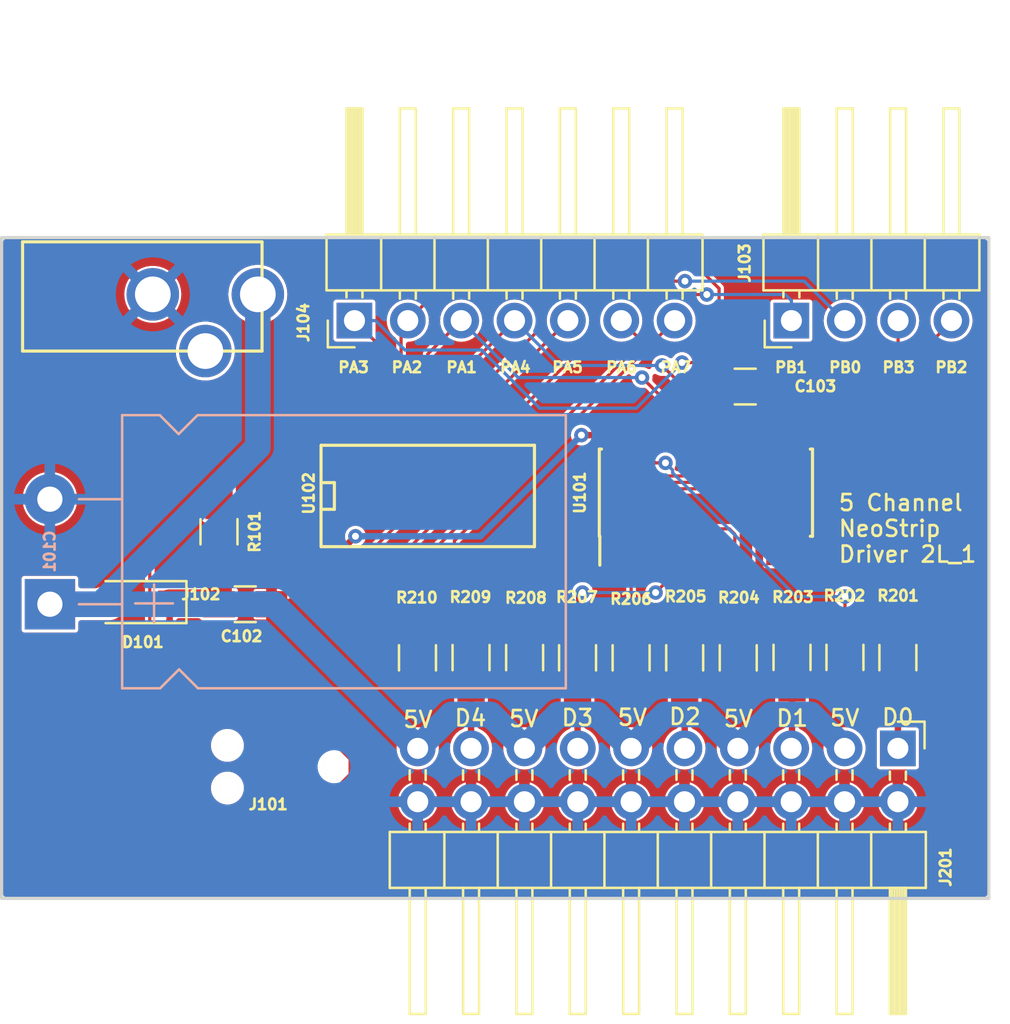
<source format=kicad_pcb>
(kicad_pcb (version 20240108) (generator "pcbnew") (generator_version "8.0")
  (layers (0 "F.Cu" signal) (31 "B.Cu" signal) (34 "B.Paste" user) (35 "F.Paste" user) (36 "B.SilkS" user "B.Silkscreen") (37 "F.SilkS" user "F.Silkscreen") (38 "B.Mask" user) (39 "F.Mask" user) (44 "Edge.Cuts" user))
  (net 0 "")
  (net 1 "/5V")
  (net 2 "GND")
  (net 3 "/VDD")
  (net 4 "/LATCH_PIN")
  (net 5 "/PDI_DATA")
  (net 6 "/PB0")
  (net 7 "/PB1")
  (net 8 "/PB2")
  (net 9 "/PB3")
  (net 10 "/DATA_PIN")
  (net 11 "/CLK_PIN")
  (net 12 "/~{ENABLE}")
  (net 13 "/PA5")
  (net 14 "/PA6")
  (net 15 "/PA7")
  (net 16 "/Channels/NP_DATA_0")
  (net 17 "/Channels/NP_DATA_1")
  (net 18 "/Channels/NP_DATA_2")
  (net 19 "/Channels/NP_DATA_3")
  (net 20 "/Channels/NP_DATA_4")
  (net 21 "/CHANNEL_0")
  (net 22 "/CHANNEL_1")
  (net 23 "/CHANNEL_2")
  (net 24 "/CHANNEL_3")
  (net 25 "/CHANNEL_4")
  (footprint "Capacitors_SMD:C_0805_HandSoldering" (layer "F.Cu") (at 138.25 66.85)
    (property "Reference" "C102" (at -0.1756 1.5268 0) (layer "F.SilkS") (effects (font (size 0.508 0.508) (thickness 0.127))))
    (property "Value" "1μF 16V")
    (pad "1" smd rect (at -1.25 0) (size 1.5 1.25) (layers "F.Cu" "F.Paste" "F.Mask") (net 3 "/VDD"))
    (pad "2" smd rect (at 1.25 0) (size 1.5 1.25) (layers "F.Cu" "F.Paste" "F.Mask") (net 2 "GND"))
  )
  (footprint "Capacitors_SMD:C_0805_HandSoldering" (layer "F.Cu") (at 162.052 56.4896)
    (property "Reference" "C103" (at 3.3401 -0.0127 0) (layer "F.SilkS") (effects (font (size 0.508 0.508) (thickness 0.127))))
    (property "Value" "0.1μF 16V")
    (pad "1" smd rect (at -1.25 0) (size 1.5 1.25) (layers "F.Cu" "F.Paste" "F.Mask") (net 4 "/LATCH_PIN"))
    (pad "2" smd rect (at 1.25 0) (size 1.5 1.25) (layers "F.Cu" "F.Paste" "F.Mask") (net 2 "GND"))
  )
  (footprint "Diodes_SMD:D_SOD-123F" (layer "F.Cu") (at 133.25 66.75 180)
    (property "Reference" "D101" (at -0.127 -1.905 180) (layer "F.SilkS") (effects (font (size 0.508 0.508) (thickness 0.127))))
    (property "Value" "1N4148WSTR")
    (pad "1" smd rect (at -1.4 0 180) (size 1.1 1.1) (layers "F.Cu" "F.Paste" "F.Mask") (net 3 "/VDD"))
    (pad "2" smd rect (at 1.4 0 180) (size 1.1 1.1) (layers "F.Cu" "F.Paste" "F.Mask") (net 1 "/5V"))
  )
  (footprint "advent_sternla:PRG_TC2030-IDC-NL" (layer "F.Cu") (at 141.21 73.949 180)
    (property "Reference" "J101" (at 1.8656 -2.4288 180) (layer "F.SilkS") (effects (font (size 0.508 0.508) (thickness 0.127))))
    (property "Value" "UPDI")
    (pad "" np_thru_hole circle (at -1.27 -0.635 180) (size 1.0668 1.0668) (drill 1.0668) (layers "*.Cu" "F.SilkS" "F.Mask"))
    (pad "" np_thru_hole circle (at 3.81 -1.651 180) (size 1.0668 1.0668) (drill 1.0668) (layers "*.Cu" "F.SilkS" "F.Mask"))
    (pad "" np_thru_hole circle (at 3.81 0.381 180) (size 1.0668 1.0668) (drill 1.0668) (layers "*.Cu" "F.SilkS" "F.Mask"))
    (pad "1" smd circle (at 0 0 180) (size 0.8636 0.8636) (layers "F.Cu" "F.Paste" "F.Mask") (net 5 "/PDI_DATA"))
    (pad "2" smd circle (at 0 -1.27 180) (size 0.8636 0.8636) (layers "F.Cu" "F.Paste" "F.Mask") (net 3 "/VDD"))
    (pad "3" smd circle (at 1.27 0 180) (size 0.8636 0.8636) (layers "F.Cu" "F.Paste" "F.Mask"))
    (pad "4" smd circle (at 1.27 -1.27 180) (size 0.8636 0.8636) (layers "F.Cu" "F.Paste" "F.Mask"))
    (pad "5" smd circle (at 2.54 0 180) (size 0.8636 0.8636) (layers "F.Cu" "F.Paste" "F.Mask"))
    (pad "6" smd circle (at 2.54 -1.27 180) (size 0.8636 0.8636) (layers "F.Cu" "F.Paste" "F.Mask") (net 2 "GND"))
  )
  (footprint "advent_sternla:CONN_PWR_JACK_1_3X3_5MM_SOLDER" (layer "F.Cu") (at 136.35 52.1)
    (property "Reference" "J102" (at -0.21 14.28 0) (layer "F.SilkS") (effects (font (size 0.508 0.508) (thickness 0.127))))
    (property "Value" "5V In")
    (pad "1" thru_hole circle (at 2.5 0) (size 2.5 2.5) (drill 1.7) (layers "*.Cu" "*.Mask") (net 1 "/5V"))
    (pad "2" thru_hole circle (at -2.5 0) (size 2.5 2.5) (drill 1.7) (layers "*.Cu" "*.Mask") (net 2 "GND"))
    (pad "3" thru_hole circle (at 0 2.7) (size 2.5 2.5) (drill 1.7) (layers "*.Cu" "*.Mask"))
  )
  (footprint "Pin_Headers:Pin_Header_Angled_1x04_Pitch2.54mm" (layer "F.Cu") (at 164.25 53.35 90)
    (property "Reference" "J103" (at 2.7397 -2.2234 90) (layer "F.SilkS") (effects (font (size 0.508 0.508) (thickness 0.127))))
    (property "Value" "Conn_01x04_Male")
    (pad "1" thru_hole rect (at 0 0 90) (size 1.7 1.7) (drill 1) (layers "*.Cu" "*.Mask") (net 7 "/PB1"))
    (pad "2" thru_hole oval (at 0 2.54 90) (size 1.7 1.7) (drill 1) (layers "*.Cu" "*.Mask") (net 6 "/PB0"))
    (pad "3" thru_hole oval (at 0 5.08 90) (size 1.7 1.7) (drill 1) (layers "*.Cu" "*.Mask") (net 9 "/PB3"))
    (pad "4" thru_hole oval (at 0 7.62 90) (size 1.7 1.7) (drill 1) (layers "*.Cu" "*.Mask") (net 8 "/PB2"))
  )
  (footprint "Pin_Headers:Pin_Header_Angled_1x07_Pitch2.54mm" (layer "F.Cu") (at 143.45 53.35 90)
    (property "Reference" "J104" (at -0.0916 -2.4292 90) (layer "F.SilkS") (effects (font (size 0.508 0.508) (thickness 0.127))))
    (property "Value" "Conn_01x07_Male")
    (pad "1" thru_hole rect (at 0 0 90) (size 1.7 1.7) (drill 1) (layers "*.Cu" "*.Mask") (net 4 "/LATCH_PIN"))
    (pad "2" thru_hole oval (at 0 2.54 90) (size 1.7 1.7) (drill 1) (layers "*.Cu" "*.Mask") (net 11 "/CLK_PIN"))
    (pad "3" thru_hole oval (at 0 5.08 90) (size 1.7 1.7) (drill 1) (layers "*.Cu" "*.Mask") (net 10 "/DATA_PIN"))
    (pad "4" thru_hole oval (at 0 7.62 90) (size 1.7 1.7) (drill 1) (layers "*.Cu" "*.Mask") (net 12 "/~{ENABLE}"))
    (pad "5" thru_hole oval (at 0 10.16 90) (size 1.7 1.7) (drill 1) (layers "*.Cu" "*.Mask") (net 13 "/PA5"))
    (pad "6" thru_hole oval (at 0 12.7 90) (size 1.7 1.7) (drill 1) (layers "*.Cu" "*.Mask") (net 14 "/PA6"))
    (pad "7" thru_hole oval (at 0 15.24 90) (size 1.7 1.7) (drill 1) (layers "*.Cu" "*.Mask") (net 15 "/PA7"))
  )
  (footprint "Pin_Headers:Pin_Header_Angled_2x10_Pitch2.54mm" (layer "F.Cu") (at 169.32 73.71 -90)
    (property "Reference" "J201" (at 5.655 -2.27 -90) (layer "F.SilkS") (effects (font (size 0.508 0.508) (thickness 0.127))))
    (property "Value" "Conn_01x20_Male")
    (pad "1" thru_hole rect (at 0 0 270) (size 1.7 1.7) (drill 1) (layers "*.Cu" "*.Mask") (net 16 "/Channels/NP_DATA_0"))
    (pad "2" thru_hole oval (at 2.54 0 270) (size 1.7 1.7) (drill 1) (layers "*.Cu" "*.Mask") (net 2 "GND"))
    (pad "3" thru_hole oval (at 0 2.54 270) (size 1.7 1.7) (drill 1) (layers "*.Cu" "*.Mask") (net 1 "/5V"))
    (pad "4" thru_hole oval (at 2.54 2.54 270) (size 1.7 1.7) (drill 1) (layers "*.Cu" "*.Mask") (net 2 "GND"))
    (pad "5" thru_hole oval (at 0 5.08 270) (size 1.7 1.7) (drill 1) (layers "*.Cu" "*.Mask") (net 17 "/Channels/NP_DATA_1"))
    (pad "6" thru_hole oval (at 2.54 5.08 270) (size 1.7 1.7) (drill 1) (layers "*.Cu" "*.Mask") (net 2 "GND"))
    (pad "7" thru_hole oval (at 0 7.62 270) (size 1.7 1.7) (drill 1) (layers "*.Cu" "*.Mask") (net 1 "/5V"))
    (pad "8" thru_hole oval (at 2.54 7.62 270) (size 1.7 1.7) (drill 1) (layers "*.Cu" "*.Mask") (net 2 "GND"))
    (pad "9" thru_hole oval (at 0 10.16 270) (size 1.7 1.7) (drill 1) (layers "*.Cu" "*.Mask") (net 18 "/Channels/NP_DATA_2"))
    (pad "10" thru_hole oval (at 2.54 10.16 270) (size 1.7 1.7) (drill 1) (layers "*.Cu" "*.Mask") (net 2 "GND"))
    (pad "11" thru_hole oval (at 0 12.7 270) (size 1.7 1.7) (drill 1) (layers "*.Cu" "*.Mask") (net 1 "/5V"))
    (pad "12" thru_hole oval (at 2.54 12.7 270) (size 1.7 1.7) (drill 1) (layers "*.Cu" "*.Mask") (net 2 "GND"))
    (pad "13" thru_hole oval (at 0 15.24 270) (size 1.7 1.7) (drill 1) (layers "*.Cu" "*.Mask") (net 19 "/Channels/NP_DATA_3"))
    (pad "14" thru_hole oval (at 2.54 15.24 270) (size 1.7 1.7) (drill 1) (layers "*.Cu" "*.Mask") (net 2 "GND"))
    (pad "15" thru_hole oval (at 0 17.78 270) (size 1.7 1.7) (drill 1) (layers "*.Cu" "*.Mask") (net 1 "/5V"))
    (pad "16" thru_hole oval (at 2.54 17.78 270) (size 1.7 1.7) (drill 1) (layers "*.Cu" "*.Mask") (net 2 "GND"))
    (pad "17" thru_hole oval (at 0 20.32 270) (size 1.7 1.7) (drill 1) (layers "*.Cu" "*.Mask") (net 20 "/Channels/NP_DATA_4"))
    (pad "18" thru_hole oval (at 2.54 20.32 270) (size 1.7 1.7) (drill 1) (layers "*.Cu" "*.Mask") (net 2 "GND"))
    (pad "19" thru_hole oval (at 0 22.86 270) (size 1.7 1.7) (drill 1) (layers "*.Cu" "*.Mask") (net 1 "/5V"))
    (pad "20" thru_hole oval (at 2.54 22.86 270) (size 1.7 1.7) (drill 1) (layers "*.Cu" "*.Mask") (net 2 "GND"))
  )
  (footprint "Resistors_SMD:R_0805_HandSoldering" (layer "F.Cu") (at 137 63.4 -90)
    (property "Reference" "R101" (at 0 -1.7 -90) (layer "F.SilkS") (effects (font (size 0.508 0.508) (thickness 0.127))))
    (property "Value" "47kΩ")
    (pad "1" smd rect (at -1.35 0 270) (size 1.5 1.3) (layers "F.Cu" "F.Paste" "F.Mask") (net 5 "/PDI_DATA"))
    (pad "2" smd rect (at 1.35 0 270) (size 1.5 1.3) (layers "F.Cu" "F.Paste" "F.Mask") (net 3 "/VDD"))
  )
  (footprint "Resistors_SMD:R_0805_HandSoldering" (layer "F.Cu") (at 169.32 69.39 -90)
    (property "Reference" "R201" (at -2.9436 -0.0091 0) (layer "F.SilkS") (effects (font (size 0.508 0.508) (thickness 0.127))))
    (property "Value" "470Ω")
    (pad "1" smd rect (at -1.35 0 270) (size 1.5 1.3) (layers "F.Cu" "F.Paste" "F.Mask") (net 21 "/CHANNEL_0"))
    (pad "2" smd rect (at 1.35 0 270) (size 1.5 1.3) (layers "F.Cu" "F.Paste" "F.Mask") (net 16 "/Channels/NP_DATA_0"))
  )
  (footprint "Resistors_SMD:R_0805_HandSoldering" (layer "F.Cu") (at 166.8 69.38 -90)
    (property "Reference" "R202" (at -2.9336 0.0236 0) (layer "F.SilkS") (effects (font (size 0.508 0.508) (thickness 0.127))))
    (property "Value" "10kΩ")
    (pad "1" smd rect (at -1.35 0 270) (size 1.5 1.3) (layers "F.Cu" "F.Paste" "F.Mask") (net 21 "/CHANNEL_0"))
    (pad "2" smd rect (at 1.35 0 270) (size 1.5 1.3) (layers "F.Cu" "F.Paste" "F.Mask") (net 2 "GND"))
  )
  (footprint "Resistors_SMD:R_0805_HandSoldering" (layer "F.Cu") (at 164.28 69.38 -90)
    (property "Reference" "R203" (at -2.8701 -0.0453 0) (layer "F.SilkS") (effects (font (size 0.508 0.508) (thickness 0.127))))
    (property "Value" "470Ω")
    (pad "1" smd rect (at -1.35 0 270) (size 1.5 1.3) (layers "F.Cu" "F.Paste" "F.Mask") (net 22 "/CHANNEL_1"))
    (pad "2" smd rect (at 1.35 0 270) (size 1.5 1.3) (layers "F.Cu" "F.Paste" "F.Mask") (net 17 "/Channels/NP_DATA_1"))
  )
  (footprint "Resistors_SMD:R_0805_HandSoldering" (layer "F.Cu") (at 161.72 69.4 -90)
    (property "Reference" "R204" (at -2.8647 -0.0272 0) (layer "F.SilkS") (effects (font (size 0.508 0.508) (thickness 0.127))))
    (property "Value" "10kΩ")
    (pad "1" smd rect (at -1.35 0 270) (size 1.5 1.3) (layers "F.Cu" "F.Paste" "F.Mask") (net 22 "/CHANNEL_1"))
    (pad "2" smd rect (at 1.35 0 270) (size 1.5 1.3) (layers "F.Cu" "F.Paste" "F.Mask") (net 2 "GND"))
  )
  (footprint "Resistors_SMD:R_0805_HandSoldering" (layer "F.Cu") (at 159.17 69.4 -90)
    (property "Reference" "R205" (at -2.9155 -0.0499 0) (layer "F.SilkS") (effects (font (size 0.508 0.508) (thickness 0.127))))
    (property "Value" "470Ω")
    (pad "1" smd rect (at -1.35 0 270) (size 1.5 1.3) (layers "F.Cu" "F.Paste" "F.Mask") (net 23 "/CHANNEL_2"))
    (pad "2" smd rect (at 1.35 0 270) (size 1.5 1.3) (layers "F.Cu" "F.Paste" "F.Mask") (net 18 "/Channels/NP_DATA_2"))
  )
  (footprint "Resistors_SMD:R_0805_HandSoldering" (layer "F.Cu") (at 156.62 69.4 -90)
    (property "Reference" "R206" (at -2.8012 0.0036 0) (layer "F.SilkS") (effects (font (size 0.508 0.508) (thickness 0.127))))
    (property "Value" "10kΩ")
    (pad "1" smd rect (at -1.35 0 270) (size 1.5 1.3) (layers "F.Cu" "F.Paste" "F.Mask") (net 23 "/CHANNEL_2"))
    (pad "2" smd rect (at 1.35 0 270) (size 1.5 1.3) (layers "F.Cu" "F.Paste" "F.Mask") (net 2 "GND"))
  )
  (footprint "Resistors_SMD:R_0805_HandSoldering" (layer "F.Cu") (at 154.07 69.4 -90)
    (property "Reference" "R207" (at -2.8901 0.0317 0) (layer "F.SilkS") (effects (font (size 0.508 0.508) (thickness 0.127))))
    (property "Value" "470Ω")
    (pad "1" smd rect (at -1.35 0 270) (size 1.5 1.3) (layers "F.Cu" "F.Paste" "F.Mask") (net 24 "/CHANNEL_3"))
    (pad "2" smd rect (at 1.35 0 270) (size 1.5 1.3) (layers "F.Cu" "F.Paste" "F.Mask") (net 19 "/Channels/NP_DATA_3"))
  )
  (footprint "Resistors_SMD:R_0805_HandSoldering" (layer "F.Cu") (at 151.55 69.39 -90)
    (property "Reference" "R208" (at -2.842 -0.0626 0) (layer "F.SilkS") (effects (font (size 0.508 0.508) (thickness 0.127))))
    (property "Value" "10kΩ")
    (pad "1" smd rect (at -1.35 0 270) (size 1.5 1.3) (layers "F.Cu" "F.Paste" "F.Mask") (net 24 "/CHANNEL_3"))
    (pad "2" smd rect (at 1.35 0 270) (size 1.5 1.3) (layers "F.Cu" "F.Paste" "F.Mask") (net 2 "GND"))
  )
  (footprint "Resistors_SMD:R_0805_HandSoldering" (layer "F.Cu") (at 149 69.39 -90)
    (property "Reference" "R209" (at -2.8801 0.029 180) (layer "F.SilkS") (effects (font (size 0.508 0.508) (thickness 0.127))))
    (property "Value" "470Ω")
    (pad "1" smd rect (at -1.35 0 270) (size 1.5 1.3) (layers "F.Cu" "F.Paste" "F.Mask") (net 25 "/CHANNEL_4"))
    (pad "2" smd rect (at 1.35 0 270) (size 1.5 1.3) (layers "F.Cu" "F.Paste" "F.Mask") (net 20 "/Channels/NP_DATA_4"))
  )
  (footprint "Resistors_SMD:R_0805_HandSoldering" (layer "F.Cu") (at 146.45 69.4 -90)
    (property "Reference" "R210" (at -2.8647 0.0317 0) (layer "F.SilkS") (effects (font (size 0.508 0.508) (thickness 0.127))))
    (property "Value" "10kΩ")
    (pad "1" smd rect (at -1.35 0 270) (size 1.5 1.3) (layers "F.Cu" "F.Paste" "F.Mask") (net 25 "/CHANNEL_4"))
    (pad "2" smd rect (at 1.35 0 270) (size 1.5 1.3) (layers "F.Cu" "F.Paste" "F.Mask") (net 2 "GND"))
  )
  (footprint "Housings_SOIC:SOIC-16_3.9x9.9mm_Pitch1.27mm" (layer "F.Cu") (at 160.18 61.54 90)
    (property "Reference" "U101" (at 0 -6 90) (layer "F.SilkS") (effects (font (size 0.508 0.508) (thickness 0.127))))
    (property "Value" "74LS595")
    (pad "1" smd rect (at -2.7 -4.445 90) (size 1.5 0.6) (layers "F.Cu" "F.Paste" "F.Mask") (net 22 "/CHANNEL_1"))
    (pad "2" smd rect (at -2.7 -3.175 90) (size 1.5 0.6) (layers "F.Cu" "F.Paste" "F.Mask") (net 23 "/CHANNEL_2"))
    (pad "3" smd rect (at -2.7 -1.905 90) (size 1.5 0.6) (layers "F.Cu" "F.Paste" "F.Mask") (net 24 "/CHANNEL_3"))
    (pad "4" smd rect (at -2.7 -0.635 90) (size 1.5 0.6) (layers "F.Cu" "F.Paste" "F.Mask") (net 25 "/CHANNEL_4"))
    (pad "5" smd rect (at -2.7 0.635 90) (size 1.5 0.6) (layers "F.Cu" "F.Paste" "F.Mask"))
    (pad "6" smd rect (at -2.7 1.905 90) (size 1.5 0.6) (layers "F.Cu" "F.Paste" "F.Mask"))
    (pad "7" smd rect (at -2.7 3.175 90) (size 1.5 0.6) (layers "F.Cu" "F.Paste" "F.Mask"))
    (pad "8" smd rect (at -2.7 4.445 90) (size 1.5 0.6) (layers "F.Cu" "F.Paste" "F.Mask") (net 2 "GND"))
    (pad "9" smd rect (at 2.7 4.445 90) (size 1.5 0.6) (layers "F.Cu" "F.Paste" "F.Mask"))
    (pad "10" smd rect (at 2.7 3.175 90) (size 1.5 0.6) (layers "F.Cu" "F.Paste" "F.Mask") (net 3 "/VDD"))
    (pad "11" smd rect (at 2.7 1.905 90) (size 1.5 0.6) (layers "F.Cu" "F.Paste" "F.Mask") (net 11 "/CLK_PIN"))
    (pad "12" smd rect (at 2.7 0.635 90) (size 1.5 0.6) (layers "F.Cu" "F.Paste" "F.Mask") (net 4 "/LATCH_PIN"))
    (pad "13" smd rect (at 2.7 -0.635 90) (size 1.5 0.6) (layers "F.Cu" "F.Paste" "F.Mask") (net 12 "/~{ENABLE}"))
    (pad "14" smd rect (at 2.7 -1.905 90) (size 1.5 0.6) (layers "F.Cu" "F.Paste" "F.Mask") (net 10 "/DATA_PIN"))
    (pad "15" smd rect (at 2.7 -3.175 90) (size 1.5 0.6) (layers "F.Cu" "F.Paste" "F.Mask") (net 21 "/CHANNEL_0"))
    (pad "16" smd rect (at 2.7 -4.445 90) (size 1.5 0.6) (layers "F.Cu" "F.Paste" "F.Mask") (net 3 "/VDD"))
  )
  (footprint "SMD_Packages:SOIC-14_N" (layer "F.Cu") (at 146.939 61.5696)
    (property "Reference" "U102" (at -5.6642 0 90) (layer "F.SilkS") (effects (font (size 0.508 0.508) (thickness 0.127))))
    (property "Value" "ATTINY1614")
    (pad "1" smd rect (at -3.81 3.302) (size 0.508 1.143) (layers "F.Cu" "F.Paste" "F.Mask") (net 3 "/VDD"))
    (pad "2" smd rect (at -2.54 3.302) (size 0.508 1.143) (layers "F.Cu" "F.Paste" "F.Mask") (net 12 "/~{ENABLE}"))
    (pad "3" smd rect (at -1.27 3.302) (size 0.508 1.143) (layers "F.Cu" "F.Paste" "F.Mask") (net 13 "/PA5"))
    (pad "4" smd rect (at 0 3.302) (size 0.508 1.143) (layers "F.Cu" "F.Paste" "F.Mask") (net 14 "/PA6"))
    (pad "5" smd rect (at 1.27 3.302) (size 0.508 1.143) (layers "F.Cu" "F.Paste" "F.Mask") (net 15 "/PA7"))
    (pad "6" smd rect (at 2.54 3.302) (size 0.508 1.143) (layers "F.Cu" "F.Paste" "F.Mask") (net 9 "/PB3"))
    (pad "7" smd rect (at 3.81 3.302) (size 0.508 1.143) (layers "F.Cu" "F.Paste" "F.Mask") (net 8 "/PB2"))
    (pad "8" smd rect (at 3.81 -3.048) (size 0.508 1.143) (layers "F.Cu" "F.Paste" "F.Mask") (net 7 "/PB1"))
    (pad "9" smd rect (at 2.54 -3.048) (size 0.508 1.143) (layers "F.Cu" "F.Paste" "F.Mask") (net 6 "/PB0"))
    (pad "10" smd rect (at 1.27 -3.048) (size 0.508 1.143) (layers "F.Cu" "F.Paste" "F.Mask") (net 5 "/PDI_DATA"))
    (pad "11" smd rect (at 0 -3.048) (size 0.508 1.143) (layers "F.Cu" "F.Paste" "F.Mask") (net 10 "/DATA_PIN"))
    (pad "12" smd rect (at -1.27 -3.048) (size 0.508 1.143) (layers "F.Cu" "F.Paste" "F.Mask") (net 11 "/CLK_PIN"))
    (pad "13" smd rect (at -2.54 -3.048) (size 0.508 1.143) (layers "F.Cu" "F.Paste" "F.Mask") (net 4 "/LATCH_PIN"))
    (pad "14" smd rect (at -3.81 -3.048) (size 0.508 1.143) (layers "F.Cu" "F.Paste" "F.Mask") (net 2 "GND"))
  )
  (footprint "advent_sternla:CP_Radial_L21.0mm_D13.0mm_P5.00mm_Horizontal" (layer "B.Cu") (at 128.95 64.35)
    (property "Reference" "C101" (at -0.0069 -0.0118 90) (layer "B.SilkS") (effects (font (size 0.508 0.508) (thickness 0.127)) (justify mirror)))
    (property "Value" "1000μF 25V")
    (pad "1" thru_hole rect (at 0 2.5) (size 2.4 2.4) (drill 1.2) (layers "*.Cu" "*.Mask") (net 1 "/5V"))
    (pad "2" thru_hole oval (at 0 -2.5) (size 2.4 2.4) (drill 1.2) (layers "*.Cu" "*.Mask") (net 2 "GND"))
  )
  (gr_line (start 126.65 49.4) (end 173.65 49.4) (stroke (width 0.15)) (layer "Edge.Cuts"))
  (gr_line (start 173.65 80.85) (end 126.65 80.85) (stroke (width 0.15)) (layer "Edge.Cuts"))
  (gr_line (start 126.65 80.85) (end 126.65 49.4) (stroke (width 0.15)) (layer "Edge.Cuts"))
  (gr_line (start 173.65 49.4) (end 173.65 80.85) (stroke (width 0.15)) (layer "Edge.Cuts"))
  (gr_text "5V" (at 151.511 72.3011 0) (layer "F.SilkS") (effects (font (size 0.762 0.762) (thickness 0.127))))
  (gr_text "5V" (at 156.6799 72.2376 0) (layer "F.SilkS") (effects (font (size 0.762 0.762) (thickness 0.127))))
  (gr_text "5V" (at 161.7218 72.3011 0) (layer "F.SilkS") (effects (font (size 0.762 0.762) (thickness 0.127))))
  (gr_text "5V" (at 166.7891 72.263 0) (layer "F.SilkS") (effects (font (size 0.762 0.762) (thickness 0.127))))
  (gr_text "D4" (at 148.971 72.263 0) (layer "F.SilkS") (effects (font (size 0.762 0.762) (thickness 0.127))))
  (gr_text "D3" (at 154.0637 72.2503 0) (layer "F.SilkS") (effects (font (size 0.762 0.762) (thickness 0.127))))
  (gr_text "D2" (at 159.1818 72.1995 0) (layer "F.SilkS") (effects (font (size 0.762 0.762) (thickness 0.127))))
  (gr_text "D1" (at 164.2872 72.2757 0) (layer "F.SilkS") (effects (font (size 0.762 0.762) (thickness 0.127))))
  (gr_text "D0" (at 169.3164 72.2249 0) (layer "F.SilkS") (effects (font (size 0.762 0.762) (thickness 0.127))))
  (gr_text "PA2" (at 145.9484 55.5752 0) (layer "F.SilkS") (effects (font (size 0.508 0.508) (thickness 0.127))))
  (gr_text "PA1" (at 148.5519 55.5752 0) (layer "F.SilkS") (effects (font (size 0.508 0.508) (thickness 0.127))))
  (gr_text "PA4" (at 151.1046 55.5752 0) (layer "F.SilkS") (effects (font (size 0.508 0.508) (thickness 0.127))))
  (gr_text "PA5" (at 153.5938 55.5752 0) (layer "F.SilkS") (effects (font (size 0.508 0.508) (thickness 0.127))))
  (gr_text "PA6" (at 156.1592 55.5752 0) (layer "F.SilkS") (effects (font (size 0.508 0.508) (thickness 0.127))))
  (gr_text "PA7" (at 158.7373 55.5752 0) (layer "F.SilkS") (effects (font (size 0.508 0.508) (thickness 0.127))))
  (gr_text "PB1" (at 164.2364 55.5752 0) (layer "F.SilkS") (effects (font (size 0.508 0.508) (thickness 0.127))))
  (gr_text "PB0" (at 166.8145 55.5752 0) (layer "F.SilkS") (effects (font (size 0.508 0.508) (thickness 0.127))))
  (gr_text "PB3" (at 169.3545 55.5752 0) (layer "F.SilkS") (effects (font (size 0.508 0.508) (thickness 0.127))))
  (gr_text "PB2" (at 171.8691 55.5752 0) (layer "F.SilkS") (effects (font (size 0.508 0.508) (thickness 0.127))))
  (gr_text "5 Channel\nNeoStrip \nDriver 2L_1" (at 166.4335 63.246 0) (layer "F.SilkS") (effects (font (size 0.762 0.762) (thickness 0.127)) (justify left)))
  (gr_text "PA3" (at 143.4084 55.5752 0) (layer "F.SilkS") (effects (font (size 0.508 0.508) (thickness 0.127))))
  (gr_text "5V" (at 146.4691 72.3392 0) (layer "F.SilkS") (effects (font (size 0.762 0.762) (thickness 0.127))))
  (segment (start 131.75 66.85) (end 131.85 66.75) (width 1.2192) (layer "F.Cu") (net 1))
  (segment (start 128.95 66.85) (end 131.75 66.85) (width 1.2192) (layer "F.Cu") (net 1))
  (segment (start 160.087999 72.097999) (end 160.850001 72.860001) (width 1.2192) (layer "B.Cu") (net 1))
  (segment (start 165.167999 72.097999) (end 165.930001 72.860001) (width 1.2192) (layer "B.Cu") (net 1))
  (segment (start 155.770001 72.860001) (end 156.62 73.71) (width 1.2192) (layer "B.Cu") (net 1))
  (segment (start 158.232001 72.097999) (end 160.087999 72.097999) (width 1.2192) (layer "B.Cu") (net 1))
  (segment (start 128.95 66.85) (end 139.6 66.85) (width 1.2192) (layer "B.Cu") (net 1))
  (segment (start 153.152001 72.097999) (end 155.007999 72.097999) (width 1.2192) (layer "B.Cu") (net 1))
  (segment (start 146.46 73.71) (end 148.072001 72.097999) (width 1.2192) (layer "B.Cu") (net 1))
  (segment (start 131.3692 66.85) (end 128.95 66.85) (width 1.2192) (layer "B.Cu") (net 1))
  (segment (start 138.85 59.3692) (end 131.3692 66.85) (width 1.2192) (layer "B.Cu") (net 1))
  (segment (start 151.54 73.71) (end 153.152001 72.097999) (width 1.2192) (layer "B.Cu") (net 1))
  (segment (start 149.927999 72.097999) (end 150.690001 72.860001) (width 1.2192) (layer "B.Cu") (net 1))
  (segment (start 150.690001 72.860001) (end 151.54 73.71) (width 1.2192) (layer "B.Cu") (net 1))
  (segment (start 148.072001 72.097999) (end 149.927999 72.097999) (width 1.2192) (layer "B.Cu") (net 1))
  (segment (start 138.85 52.1) (end 138.85 59.3692) (width 1.2192) (layer "B.Cu") (net 1))
  (segment (start 155.007999 72.097999) (end 155.770001 72.860001) (width 1.2192) (layer "B.Cu") (net 1))
  (segment (start 163.312001 72.097999) (end 165.167999 72.097999) (width 1.2192) (layer "B.Cu") (net 1))
  (segment (start 139.6 66.85) (end 146.46 73.71) (width 1.2192) (layer "B.Cu") (net 1))
  (segment (start 156.62 73.71) (end 158.232001 72.097999) (width 1.2192) (layer "B.Cu") (net 1))
  (segment (start 161.7 73.71) (end 163.312001 72.097999) (width 1.2192) (layer "B.Cu") (net 1))
  (segment (start 165.930001 72.860001) (end 166.78 73.71) (width 1.2192) (layer "B.Cu") (net 1))
  (segment (start 160.850001 72.860001) (end 161.7 73.71) (width 1.2192) (layer "B.Cu") (net 1))
  (segment (start 136.403419 77.444589) (end 138.984411 77.444589) (width 0.3048) (layer "F.Cu") (net 3))
  (segment (start 154.2542 58.801) (end 155.696 58.801) (width 0.3048) (layer "F.Cu") (net 3))
  (segment (start 140.778201 75.650799) (end 141.21 75.219) (width 0.3048) (layer "F.Cu") (net 3))
  (segment (start 134.65 67.6048) (end 134.6454 67.6094) (width 0.3048) (layer "F.Cu") (net 3))
  (segment (start 143.129 64.8716) (end 143.129 63.9826) (width 0.3048) (layer "F.Cu") (net 3))
  (segment (start 136.9 66.75) (end 137 66.85) (width 1.2192) (layer "F.Cu") (net 3))
  (segment (start 137 64.75) (end 143.0074 64.75) (width 0.6096) (layer "F.Cu") (net 3))
  (segment (start 161.9009 60.7441) (end 163.355 59.29) (width 0.1524) (layer "F.Cu") (net 3))
  (segment (start 137 66.85) (end 137 64.75) (width 1.2192) (layer "F.Cu") (net 3))
  (segment (start 134.65 66.75) (end 134.65 67.6048) (width 0.3048) (layer "F.Cu") (net 3))
  (segment (start 134.6454 67.6094) (end 134.6454 75.68657) (width 0.3048) (layer "F.Cu") (net 3))
  (segment (start 143.129 63.9826) (end 143.4973 63.6143) (width 0.3048) (layer "F.Cu") (net 3))
  (segment (start 143.0074 64.75) (end 143.129 64.8716) (width 0.6096) (layer "F.Cu") (net 3))
  (segment (start 155.696 58.801) (end 155.735 58.84) (width 0.3048) (layer "F.Cu") (net 3))
  (segment (start 138.984411 77.444589) (end 140.778201 75.650799) (width 0.3048) (layer "F.Cu") (net 3))
  (segment (start 155.793811 58.898811) (end 155.793811 59.039957) (width 0.3048) (layer "F.Cu") (net 3))
  (segment (start 134.6454 75.68657) (end 136.403419 77.444589) (width 0.3048) (layer "F.Cu") (net 3))
  (segment (start 157.447618 60.7441) (end 161.9009 60.7441) (width 0.1524) (layer "F.Cu") (net 3))
  (segment (start 134.65 66.75) (end 136.9 66.75) (width 1.2192) (layer "F.Cu") (net 3))
  (segment (start 155.735 58.84) (end 155.793811 58.898811) (width 0.3048) (layer "F.Cu") (net 3))
  (segment (start 163.355 59.29) (end 163.355 58.84) (width 0.1524) (layer "F.Cu") (net 3))
  (segment (start 155.735 59.031482) (end 157.447618 60.7441) (width 0.1524) (layer "F.Cu") (net 3))
  (segment (start 155.735 58.84) (end 155.735 59.031482) (width 0.1524) (layer "F.Cu") (net 3))
  (via (at 154.2542 58.801) (size 0.6858) (drill 0.3302) (layers "F.Cu" "B.Cu") (net 3))
  (via (at 143.4973 63.6143) (size 0.6858) (drill 0.3302) (layers "F.Cu" "B.Cu") (net 3))
  (segment (start 149.4409 63.6143) (end 154.2542 58.801) (width 0.3048) (layer "B.Cu") (net 3))
  (segment (start 143.4973 63.6143) (end 149.4409 63.6143) (width 0.3048) (layer "B.Cu") (net 3))
  (segment (start 160.815 58.84) (end 160.815 56.5026) (width 0.3048) (layer "F.Cu") (net 4))
  (segment (start 160.8201 56.4715) (end 160.802 56.4896) (width 0.3048) (layer "F.Cu") (net 4))
  (segment (start 144.399 58.5216) (end 144.399 54.299) (width 0.1524) (layer "F.Cu") (net 4))
  (segment (start 160.802 55.7122) (end 160.802 56.4896) (width 0.1524) (layer "F.Cu") (net 4))
  (segment (start 144.399 54.299) (end 143.45 53.35) (width 0.1524) (layer "F.Cu") (net 4))
  (segment (start 159.0421 55.3466) (end 160.4364 55.3466) (width 0.1524) (layer "F.Cu") (net 4))
  (segment (start 160.815 56.5026) (end 160.802 56.4896) (width 0.3048) (layer "F.Cu") (net 4))
  (segment (start 160.4364 55.3466) (end 160.802 55.7122) (width 0.1524) (layer "F.Cu") (net 4))
  (via (at 159.0421 55.3466) (size 0.6858) (drill 0.3302) (layers "F.Cu" "B.Cu") (net 4))
  (segment (start 145.8521 54.7497) (end 149.498634 54.7497) (width 0.1524) (layer "B.Cu") (net 4))
  (segment (start 144.4524 53.35) (end 145.8521 54.7497) (width 0.1524) (layer "B.Cu") (net 4))
  (segment (start 149.498634 54.7497) (end 152.267236 57.518302) (width 0.1524) (layer "B.Cu") (net 4))
  (segment (start 152.267236 57.518302) (end 156.870398 57.518302) (width 0.1524) (layer "B.Cu") (net 4))
  (segment (start 156.870398 57.518302) (end 159.0421 55.3466) (width 0.1524) (layer "B.Cu") (net 4))
  (segment (start 143.45 53.35) (end 144.4524 53.35) (width 0.1524) (layer "B.Cu") (net 4))
  (segment (start 136.1976 62.05) (end 133.7056 64.542) (width 0.1524) (layer "F.Cu") (net 5))
  (segment (start 143.242001 74.218239) (end 142.540963 73.517201) (width 0.1524) (layer "F.Cu") (net 5))
  (segment (start 137 62.05) (end 137.9548 62.05) (width 0.3048) (layer "F.Cu") (net 5))
  (segment (start 133.7056 75.2856) (end 136.2456 77.8256) (width 0.1524) (layer "F.Cu") (net 5))
  (segment (start 141.641799 73.517201) (end 141.21 73.949) (width 0.1524) (layer "F.Cu") (net 5))
  (segment (start 133.7056 64.542) (end 133.7056 75.2856) (width 0.1524) (layer "F.Cu") (net 5))
  (segment (start 140.225911 59.778889) (end 147.269211 59.778889) (width 0.3048) (layer "F.Cu") (net 5))
  (segment (start 148.209 58.8391) (end 148.209 58.5216) (width 0.3048) (layer "F.Cu") (net 5))
  (segment (start 136.2456 77.8256) (end 140.366162 77.8256) (width 0.1524) (layer "F.Cu") (net 5))
  (segment (start 137 62.05) (end 137 62.15) (width 0.3048) (layer "F.Cu") (net 5))
  (segment (start 137 62.05) (end 136.1976 62.05) (width 0.1524) (layer "F.Cu") (net 5))
  (segment (start 147.269211 59.778889) (end 148.209 58.8391) (width 0.3048) (layer "F.Cu") (net 5))
  (segment (start 142.540963 73.517201) (end 141.641799 73.517201) (width 0.1524) (layer "F.Cu") (net 5))
  (segment (start 143.242001 74.949761) (end 143.242001 74.218239) (width 0.1524) (layer "F.Cu") (net 5))
  (segment (start 137.9548 62.05) (end 140.225911 59.778889) (width 0.3048) (layer "F.Cu") (net 5))
  (segment (start 140.366162 77.8256) (end 143.242001 74.949761) (width 0.1524) (layer "F.Cu") (net 5))
  (segment (start 149.479 56.53733) (end 152.531399 53.484931) (width 0.1524) (layer "F.Cu") (net 6))
  (segment (start 153.89057 51.4731) (end 159.1818 51.4731) (width 0.1524) (layer "F.Cu") (net 6))
  (segment (start 149.479 58.5216) (end 149.479 56.53733) (width 0.1524) (layer "F.Cu") (net 6))
  (segment (start 152.531399 52.832271) (end 153.89057 51.4731) (width 0.1524) (layer "F.Cu") (net 6))
  (segment (start 152.531399 53.484931) (end 152.531399 52.832271) (width 0.1524) (layer "F.Cu") (net 6))
  (via (at 159.1818 51.4731) (size 0.6858) (drill 0.3302) (layers "F.Cu" "B.Cu") (net 6))
  (segment (start 164.8631 51.4731) (end 166.79 53.4) (width 0.1524) (layer "B.Cu") (net 6))
  (segment (start 159.1818 51.4731) (end 164.8631 51.4731) (width 0.1524) (layer "B.Cu") (net 6))
  (segment (start 155.071399 52.832271) (end 155.79557 52.1081) (width 0.1524) (layer "F.Cu") (net 7))
  (segment (start 155.071399 53.881701) (end 155.071399 52.832271) (width 0.1524) (layer "F.Cu") (net 7))
  (segment (start 155.79557 52.1081) (end 160.2232 52.1081) (width 0.1524) (layer "F.Cu") (net 7))
  (segment (start 150.749 58.2041) (end 155.071399 53.881701) (width 0.1524) (layer "F.Cu") (net 7))
  (segment (start 150.749 58.5216) (end 150.749 58.2041) (width 0.1524) (layer "F.Cu") (net 7))
  (via (at 160.2232 52.1081) (size 0.6858) (drill 0.3302) (layers "F.Cu" "B.Cu") (net 7))
  (segment (start 160.2232 52.1081) (end 163.9605 52.1081) (width 0.1524) (layer "B.Cu") (net 7))
  (segment (start 163.9605 52.1081) (end 164.25 52.3976) (width 0.1524) (layer "B.Cu") (net 7))
  (segment (start 164.25 52.3976) (end 164.25 53.4) (width 0.1524) (layer "B.Cu") (net 7))
  (segment (start 157.224511 61.353722) (end 162.190212 61.353722) (width 0.1524) (layer "F.Cu") (net 8))
  (segment (start 169.634811 55.675156) (end 169.634811 55.635189) (width 0.1524) (layer "F.Cu") (net 8))
  (segment (start 150.749 64.8716) (end 153.706633 64.8716) (width 0.1524) (layer "F.Cu") (net 8))
  (segment (start 171.020001 54.249999) (end 171.87 53.4) (width 0.1524) (layer "F.Cu") (net 8))
  (segment (start 162.431521 61.112413) (end 164.197554 61.112413) (width 0.1524) (layer "F.Cu") (net 8))
  (segment (start 169.634811 55.635189) (end 171.020001 54.249999) (width 0.1524) (layer "F.Cu") (net 8))
  (segment (start 162.190212 61.353722) (end 162.431521 61.112413) (width 0.1524) (layer "F.Cu") (net 8))
  (segment (start 164.197554 61.112413) (end 169.634811 55.675156) (width 0.1524) (layer "F.Cu") (net 8))
  (segment (start 153.706633 64.8716) (end 157.224511 61.353722) (width 0.1524) (layer "F.Cu") (net 8))
  (segment (start 162.305265 60.807602) (end 164.071298 60.807602) (width 0.1524) (layer "F.Cu") (net 9))
  (segment (start 156.368851 60.0964) (end 157.321362 61.048911) (width 0.1524) (layer "F.Cu") (net 9))
  (segment (start 153.9367 60.0964) (end 156.368851 60.0964) (width 0.1524) (layer "F.Cu") (net 9))
  (segment (start 149.479 64.8716) (end 149.479 64.5541) (width 0.1524) (layer "F.Cu") (net 9))
  (segment (start 169.33 54.602081) (end 169.33 53.4) (width 0.1524) (layer "F.Cu") (net 9))
  (segment (start 162.063956 61.048911) (end 162.305265 60.807602) (width 0.1524) (layer "F.Cu") (net 9))
  (segment (start 149.479 64.5541) (end 153.9367 60.0964) (width 0.1524) (layer "F.Cu") (net 9))
  (segment (start 169.33 55.5489) (end 169.33 54.602081) (width 0.1524) (layer "F.Cu") (net 9))
  (segment (start 164.071298 60.807602) (end 169.33 55.5489) (width 0.1524) (layer "F.Cu") (net 9))
  (segment (start 157.321362 61.048911) (end 162.063956 61.048911) (width 0.1524) (layer "F.Cu") (net 9))
  (segment (start 157.481519 56.403153) (end 157.13862 56.060254) (width 0.1524) (layer "F.Cu") (net 10))
  (segment (start 158.275 58.84) (end 158.275 57.196634) (width 0.1524) (layer "F.Cu") (net 10))
  (segment (start 146.939 54.941) (end 148.53 53.35) (width 0.1524) (layer "F.Cu") (net 10))
  (segment (start 158.275 57.196634) (end 157.481519 56.403153) (width 0.1524) (layer "F.Cu") (net 10))
  (segment (start 146.939 58.5216) (end 146.939 54.941) (width 0.1524) (layer "F.Cu") (net 10))
  (via (at 157.13862 56.060254) (size 0.6858) (drill 0.3302) (layers "F.Cu" "B.Cu") (net 10))
  (segment (start 156.653687 56.060254) (end 157.13862 56.060254) (width 0.1524) (layer "B.Cu") (net 10))
  (segment (start 148.53 53.35) (end 151.240254 56.060254) (width 0.1524) (layer "B.Cu") (net 10))
  (segment (start 151.240254 56.060254) (end 156.653687 56.060254) (width 0.1524) (layer "B.Cu") (net 10))
  (segment (start 160.807402 53.871072) (end 162.085 55.14867) (width 0.1524) (layer "F.Cu") (net 11))
  (segment (start 145.99 53.35) (end 148.832113 50.507887) (width 0.1524) (layer "F.Cu") (net 11))
  (segment (start 162.085 55.14867) (end 162.085 57.9376) (width 0.1524) (layer "F.Cu") (net 11))
  (segment (start 162.085 57.9376) (end 162.085 58.84) (width 0.1524) (layer "F.Cu") (net 11))
  (segment (start 160.807402 51.821078) (end 160.807402 53.871072) (width 0.1524) (layer "F.Cu") (net 11))
  (segment (start 148.832113 50.507887) (end 159.494211 50.507887) (width 0.1524) (layer "F.Cu") (net 11))
  (segment (start 145.669 53.671) (end 145.99 53.35) (width 0.1524) (layer "F.Cu") (net 11))
  (segment (start 145.669 58.5216) (end 145.669 53.671) (width 0.1524) (layer "F.Cu") (net 11))
  (segment (start 159.494211 50.507887) (end 160.807402 51.821078) (width 0.1524) (layer "F.Cu") (net 11))
  (segment (start 159.545 58.84) (end 159.545 56.937488) (width 0.1524) (layer "F.Cu") (net 12))
  (segment (start 148.996399 55.423601) (end 150.220001 54.199999) (width 0.1524) (layer "F.Cu") (net 12))
  (segment (start 158.436886 55.829374) (end 158.093987 55.486475) (width 0.1524) (layer "F.Cu") (net 12))
  (segment (start 144.399 64.8716) (end 144.399 64.1477) (width 0.1524) (layer "F.Cu") (net 12))
  (segment (start 159.545 56.937488) (end 158.436886 55.829374) (width 0.1524) (layer "F.Cu") (net 12))
  (segment (start 148.996399 59.550301) (end 148.996399 55.423601) (width 0.1524) (layer "F.Cu") (net 12))
  (segment (start 144.399 64.1477) (end 148.996399 59.550301) (width 0.1524) (layer "F.Cu") (net 12))
  (segment (start 150.220001 54.199999) (end 151.07 53.35) (width 0.1524) (layer "F.Cu") (net 12))
  (via (at 158.093987 55.486475) (size 0.6858) (drill 0.3302) (layers "F.Cu" "B.Cu") (net 12))
  (segment (start 157.609054 55.486475) (end 158.093987 55.486475) (width 0.1524) (layer "B.Cu") (net 12))
  (segment (start 153.206475 55.486475) (end 157.609054 55.486475) (width 0.1524) (layer "B.Cu") (net 12))
  (segment (start 151.07 53.35) (end 153.206475 55.486475) (width 0.1524) (layer "B.Cu") (net 12))
  (segment (start 150.266399 56.693601) (end 152.760001 54.199999) (width 0.1524) (layer "F.Cu") (net 13))
  (segment (start 145.669 64.8716) (end 145.669 64.5541) (width 0.1524) (layer "F.Cu") (net 13))
  (segment (start 152.760001 54.199999) (end 153.61 53.35) (width 0.1524) (layer "F.Cu") (net 13))
  (segment (start 145.669 64.5541) (end 150.266399 59.956701) (width 0.1524) (layer "F.Cu") (net 13))
  (segment (start 150.266399 59.956701) (end 150.266399 56.693601) (width 0.1524) (layer "F.Cu") (net 13))
  (segment (start 156.999999 54.493101) (end 156.999999 54.199999) (width 0.1524) (layer "F.Cu") (net 14))
  (segment (start 156.999999 54.199999) (end 156.15 53.35) (width 0.1524) (layer "F.Cu") (net 14))
  (segment (start 146.939 64.8716) (end 146.939 64.5541) (width 0.1524) (layer "F.Cu") (net 14))
  (segment (start 146.939 64.5541) (end 156.999999 54.493101) (width 0.1524) (layer "F.Cu") (net 14))
  (segment (start 157.840001 54.199999) (end 158.69 53.35) (width 0.1524) (layer "F.Cu") (net 15))
  (segment (start 148.209 63.831) (end 157.840001 54.199999) (width 0.1524) (layer "F.Cu") (net 15))
  (segment (start 148.209 64.8716) (end 148.209 63.831) (width 0.1524) (layer "F.Cu") (net 15))
  (segment (start 169.32 70.74) (end 169.32 73.71) (width 0.3048) (layer "F.Cu") (net 16))
  (segment (start 164.24 70.77) (end 164.28 70.73) (width 0.3048) (layer "F.Cu") (net 17))
  (segment (start 164.28 70.73) (end 164.28 73.67) (width 0.3048) (layer "F.Cu") (net 17))
  (segment (start 164.28 73.67) (end 164.24 73.71) (width 0.3048) (layer "F.Cu") (net 17))
  (segment (start 159.17 70.75) (end 159.17 73.7) (width 0.3048) (layer "F.Cu") (net 18))
  (segment (start 159.17 73.7) (end 159.16 73.71) (width 0.3048) (layer "F.Cu") (net 18))
  (segment (start 159.16 70.76) (end 159.17 70.75) (width 0.3048) (layer "F.Cu") (net 18))
  (segment (start 154.08 70.76) (end 154.07 70.75) (width 0.3048) (layer "F.Cu") (net 19))
  (segment (start 154.07 73.7) (end 154.08 73.71) (width 0.3048) (layer "F.Cu") (net 19))
  (segment (start 154.07 70.75) (end 154.07 73.7) (width 0.3048) (layer "F.Cu") (net 19))
  (segment (start 149 70.74) (end 149 73.71) (width 0.3048) (layer "F.Cu") (net 20))
  (segment (start 166.8018 68.0282) (end 166.8 68.03) (width 0.1524) (layer "F.Cu") (net 21))
  (segment (start 157.005 58.84) (end 157.005 59.357033) (width 0.1524) (layer "F.Cu") (net 21))
  (segment (start 157.769767 60.1218) (end 158.2547 60.1218) (width 0.1524) (layer "F.Cu") (net 21))
  (segment (start 166.8 68.03) (end 169.31 68.03) (width 0.3048) (layer "F.Cu") (net 21))
  (segment (start 157.005 59.357033) (end 157.769767 60.1218) (width 0.1524) (layer "F.Cu") (net 21))
  (segment (start 166.8018 66.4845) (end 166.8018 68.0282) (width 0.1524) (layer "F.Cu") (net 21))
  (segment (start 169.31 68.03) (end 169.32 68.04) (width 0.3048) (layer "F.Cu") (net 21))
  (segment (start 157.005 58.84) (end 157.005 59.29) (width 0.1524) (layer "F.Cu") (net 21))
  (via (at 166.8018 66.4845) (size 0.6858) (drill 0.3302) (layers "F.Cu" "B.Cu") (net 21))
  (via (at 158.2547 60.1218) (size 0.6858) (drill 0.3302) (layers "F.Cu" "B.Cu") (net 21))
  (segment (start 158.597599 60.596261) (end 164.485838 66.4845) (width 0.1524) (layer "B.Cu") (net 21))
  (segment (start 158.597599 60.464699) (end 158.597599 60.596261) (width 0.1524) (layer "B.Cu") (net 21))
  (segment (start 158.2547 60.1218) (end 158.597599 60.464699) (width 0.1524) (layer "B.Cu") (net 21))
  (segment (start 166.8018 66.4845) (end 164.485838 66.4845) (width 0.1524) (layer "B.Cu") (net 21))
  (segment (start 156.185344 62.839589) (end 159.104856 62.839589) (width 0.1524) (layer "F.Cu") (net 22))
  (segment (start 161.297881 63.261399) (end 161.556399 63.519917) (width 0.1524) (layer "F.Cu") (net 22))
  (segment (start 161.72 67.1476) (end 161.72 68.05) (width 0.1524) (layer "F.Cu") (net 22))
  (segment (start 159.104856 62.839589) (end 159.526666 63.261399) (width 0.1524) (layer "F.Cu") (net 22))
  (segment (start 161.556399 66.983999) (end 161.72 67.1476) (width 0.1524) (layer "F.Cu") (net 22))
  (segment (start 155.735 63.289933) (end 156.185344 62.839589) (width 0.1524) (layer "F.Cu") (net 22))
  (segment (start 159.526666 63.261399) (end 161.297881 63.261399) (width 0.1524) (layer "F.Cu") (net 22))
  (segment (start 155.735 64.24) (end 155.735 63.289933) (width 0.1524) (layer "F.Cu") (net 22))
  (segment (start 164.26 68.05) (end 164.28 68.03) (width 0.3048) (layer "F.Cu") (net 22))
  (segment (start 161.72 68.05) (end 164.26 68.05) (width 0.3048) (layer "F.Cu") (net 22))
  (segment (start 161.556399 63.519917) (end 161.556399 66.983999) (width 0.1524) (layer "F.Cu") (net 22))
  (segment (start 156.62 64.625) (end 157.005 64.24) (width 0.1524) (layer "F.Cu") (net 23))
  (segment (start 156.62 68.05) (end 156.62 64.625) (width 0.1524) (layer "F.Cu") (net 23))
  (segment (start 157.005 67.665) (end 156.62 68.05) (width 0.1524) (layer "F.Cu") (net 23))
  (segment (start 156.62 68.05) (end 159.17 68.05) (width 0.3048) (layer "F.Cu") (net 23))
  (segment (start 151.55 68.04) (end 154.06 68.04) (width 0.3048) (layer "F.Cu") (net 24))
  (segment (start 158.275 64.24) (end 158.275 64.6474) (width 0.1524) (layer "F.Cu") (net 24))
  (segment (start 157.7848 66.294) (end 158.275 65.8038) (width 0.1524) (layer "F.Cu") (net 24))
  (segment (start 154.06 68.04) (end 154.07 68.05) (width 0.3048) (layer "F.Cu") (net 24))
  (segment (start 158.275 64.24) (end 158.275 64.69) (width 0.1524) (layer "F.Cu") (net 24))
  (segment (start 154.07 66.529) (end 154.305 66.294) (width 0.1524) (layer "F.Cu") (net 24))
  (segment (start 158.275 65.8038) (end 158.275 64.24) (width 0.1524) (layer "F.Cu") (net 24))
  (segment (start 154.07 68.05) (end 154.07 66.529) (width 0.1524) (layer "F.Cu") (net 24))
  (via (at 157.7848 66.294) (size 0.6858) (drill 0.3302) (layers "F.Cu" "B.Cu") (net 24))
  (via (at 154.305 66.294) (size 0.6858) (drill 0.3302) (layers "F.Cu" "B.Cu") (net 24))
  (segment (start 154.305 66.294) (end 157.7848 66.294) (width 0.1524) (layer "B.Cu") (net 24))
  (segment (start 154.030678 65.722498) (end 152.691777 67.061399) (width 0.1524) (layer "F.Cu") (net 25))
  (segment (start 159.545 64.24) (end 159.545 63.79) (width 0.1524) (layer "F.Cu") (net 25))
  (segment (start 158.8994 63.1444) (end 156.639118 63.1444) (width 0.1524) (layer "F.Cu") (net 25))
  (segment (start 156.639118 63.1444) (end 156.263601 63.519917) (width 0.1524) (layer "F.Cu") (net 25))
  (segment (start 150.781001 67.061399) (end 149.8024 68.04) (width 0.1524) (layer "F.Cu") (net 25))
  (segment (start 156.263601 63.519917) (end 156.263601 65.172881) (width 0.1524) (layer "F.Cu") (net 25))
  (segment (start 159.545 63.79) (end 158.8994 63.1444) (width 0.1524) (layer "F.Cu") (net 25))
  (segment (start 155.713984 65.722498) (end 154.030678 65.722498) (width 0.1524) (layer "F.Cu") (net 25))
  (segment (start 148.99 68.05) (end 149 68.04) (width 0.3048) (layer "F.Cu") (net 25))
  (segment (start 156.263601 65.172881) (end 155.713984 65.722498) (width 0.1524) (layer "F.Cu") (net 25))
  (segment (start 152.691777 67.061399) (end 150.781001 67.061399) (width 0.1524) (layer "F.Cu") (net 25))
  (segment (start 146.45 68.05) (end 148.99 68.05) (width 0.3048) (layer "F.Cu") (net 25))
  (segment (start 149.8024 68.04) (end 149 68.04) (width 0.1524) (layer "F.Cu") (net 25))
  (zone (net 2) (net_name "GND") (layer "F.Cu") (connect_pads (clearance 0.1016)) (min_thickness 0.254) (fill yes (thermal_gap 0.1016) (thermal_bridge_width 0.508))
    (polygon (pts (xy 126.65 49.4) (xy 173.65 49.4) (xy 173.65 80.85) (xy 126.65 80.85)))
  )
  (zone (net 2) (net_name "GND") (layer "B.Cu") (connect_pads (clearance 0.1016)) (min_thickness 0.254) (fill yes (thermal_gap 0.508) (thermal_bridge_width 0.508))
    (polygon (pts (xy 126.6444 49.403) (xy 173.6471 49.403) (xy 173.6471 80.8482) (xy 126.6571 80.8482)))
  )
)
</source>
